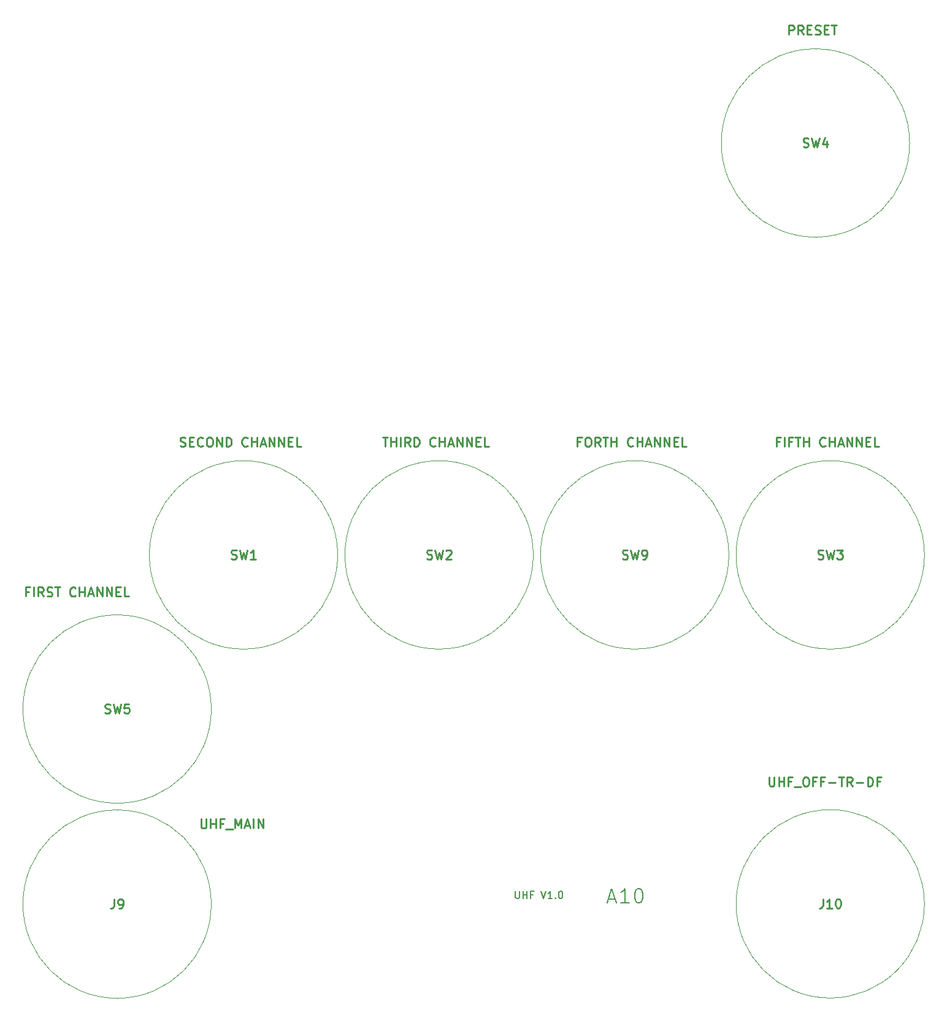
<source format=gbr>
%TF.GenerationSoftware,KiCad,Pcbnew,8.0.2-1*%
%TF.CreationDate,2024-08-10T18:42:26+10:00*%
%TF.ProjectId,UHF-ROTARIES,5548462d-524f-4544-9152-4945532e6b69,rev?*%
%TF.SameCoordinates,Original*%
%TF.FileFunction,Legend,Top*%
%TF.FilePolarity,Positive*%
%FSLAX46Y46*%
G04 Gerber Fmt 4.6, Leading zero omitted, Abs format (unit mm)*
G04 Created by KiCad (PCBNEW 8.0.2-1) date 2024-08-10 18:42:26*
%MOMM*%
%LPD*%
G01*
G04 APERTURE LIST*
%ADD10C,0.150000*%
%ADD11C,0.254000*%
%ADD12C,0.100000*%
G04 APERTURE END LIST*
D10*
X88156779Y-39279819D02*
X88156779Y-40089342D01*
X88156779Y-40089342D02*
X88204398Y-40184580D01*
X88204398Y-40184580D02*
X88252017Y-40232200D01*
X88252017Y-40232200D02*
X88347255Y-40279819D01*
X88347255Y-40279819D02*
X88537731Y-40279819D01*
X88537731Y-40279819D02*
X88632969Y-40232200D01*
X88632969Y-40232200D02*
X88680588Y-40184580D01*
X88680588Y-40184580D02*
X88728207Y-40089342D01*
X88728207Y-40089342D02*
X88728207Y-39279819D01*
X89204398Y-40279819D02*
X89204398Y-39279819D01*
X89204398Y-39756009D02*
X89775826Y-39756009D01*
X89775826Y-40279819D02*
X89775826Y-39279819D01*
X90585350Y-39756009D02*
X90252017Y-39756009D01*
X90252017Y-40279819D02*
X90252017Y-39279819D01*
X90252017Y-39279819D02*
X90728207Y-39279819D01*
X91728208Y-39279819D02*
X92061541Y-40279819D01*
X92061541Y-40279819D02*
X92394874Y-39279819D01*
X93252017Y-40279819D02*
X92680589Y-40279819D01*
X92966303Y-40279819D02*
X92966303Y-39279819D01*
X92966303Y-39279819D02*
X92871065Y-39422676D01*
X92871065Y-39422676D02*
X92775827Y-39517914D01*
X92775827Y-39517914D02*
X92680589Y-39565533D01*
X93680589Y-40184580D02*
X93728208Y-40232200D01*
X93728208Y-40232200D02*
X93680589Y-40279819D01*
X93680589Y-40279819D02*
X93632970Y-40232200D01*
X93632970Y-40232200D02*
X93680589Y-40184580D01*
X93680589Y-40184580D02*
X93680589Y-40279819D01*
X94347255Y-39279819D02*
X94442493Y-39279819D01*
X94442493Y-39279819D02*
X94537731Y-39327438D01*
X94537731Y-39327438D02*
X94585350Y-39375057D01*
X94585350Y-39375057D02*
X94632969Y-39470295D01*
X94632969Y-39470295D02*
X94680588Y-39660771D01*
X94680588Y-39660771D02*
X94680588Y-39898866D01*
X94680588Y-39898866D02*
X94632969Y-40089342D01*
X94632969Y-40089342D02*
X94585350Y-40184580D01*
X94585350Y-40184580D02*
X94537731Y-40232200D01*
X94537731Y-40232200D02*
X94442493Y-40279819D01*
X94442493Y-40279819D02*
X94347255Y-40279819D01*
X94347255Y-40279819D02*
X94252017Y-40232200D01*
X94252017Y-40232200D02*
X94204398Y-40184580D01*
X94204398Y-40184580D02*
X94156779Y-40089342D01*
X94156779Y-40089342D02*
X94109160Y-39898866D01*
X94109160Y-39898866D02*
X94109160Y-39660771D01*
X94109160Y-39660771D02*
X94156779Y-39470295D01*
X94156779Y-39470295D02*
X94204398Y-39375057D01*
X94204398Y-39375057D02*
X94252017Y-39327438D01*
X94252017Y-39327438D02*
X94347255Y-39279819D01*
X100979636Y-40326009D02*
X101932017Y-40326009D01*
X100789160Y-40897438D02*
X101455826Y-38897438D01*
X101455826Y-38897438D02*
X102122493Y-40897438D01*
X103836779Y-40897438D02*
X102693922Y-40897438D01*
X103265350Y-40897438D02*
X103265350Y-38897438D01*
X103265350Y-38897438D02*
X103074874Y-39183152D01*
X103074874Y-39183152D02*
X102884398Y-39373628D01*
X102884398Y-39373628D02*
X102693922Y-39468866D01*
X105074874Y-38897438D02*
X105265351Y-38897438D01*
X105265351Y-38897438D02*
X105455827Y-38992676D01*
X105455827Y-38992676D02*
X105551065Y-39087914D01*
X105551065Y-39087914D02*
X105646303Y-39278390D01*
X105646303Y-39278390D02*
X105741541Y-39659342D01*
X105741541Y-39659342D02*
X105741541Y-40135533D01*
X105741541Y-40135533D02*
X105646303Y-40516485D01*
X105646303Y-40516485D02*
X105551065Y-40706961D01*
X105551065Y-40706961D02*
X105455827Y-40802200D01*
X105455827Y-40802200D02*
X105265351Y-40897438D01*
X105265351Y-40897438D02*
X105074874Y-40897438D01*
X105074874Y-40897438D02*
X104884398Y-40802200D01*
X104884398Y-40802200D02*
X104789160Y-40706961D01*
X104789160Y-40706961D02*
X104693922Y-40516485D01*
X104693922Y-40516485D02*
X104598684Y-40135533D01*
X104598684Y-40135533D02*
X104598684Y-39659342D01*
X104598684Y-39659342D02*
X104693922Y-39278390D01*
X104693922Y-39278390D02*
X104789160Y-39087914D01*
X104789160Y-39087914D02*
X104884398Y-38992676D01*
X104884398Y-38992676D02*
X105074874Y-38897438D01*
D11*
X102931666Y6639158D02*
X103113095Y6578681D01*
X103113095Y6578681D02*
X103415476Y6578681D01*
X103415476Y6578681D02*
X103536428Y6639158D01*
X103536428Y6639158D02*
X103596904Y6699634D01*
X103596904Y6699634D02*
X103657381Y6820586D01*
X103657381Y6820586D02*
X103657381Y6941538D01*
X103657381Y6941538D02*
X103596904Y7062491D01*
X103596904Y7062491D02*
X103536428Y7122967D01*
X103536428Y7122967D02*
X103415476Y7183443D01*
X103415476Y7183443D02*
X103173571Y7243919D01*
X103173571Y7243919D02*
X103052619Y7304396D01*
X103052619Y7304396D02*
X102992142Y7364872D01*
X102992142Y7364872D02*
X102931666Y7485824D01*
X102931666Y7485824D02*
X102931666Y7606777D01*
X102931666Y7606777D02*
X102992142Y7727729D01*
X102992142Y7727729D02*
X103052619Y7788205D01*
X103052619Y7788205D02*
X103173571Y7848681D01*
X103173571Y7848681D02*
X103475952Y7848681D01*
X103475952Y7848681D02*
X103657381Y7788205D01*
X104080714Y7848681D02*
X104383095Y6578681D01*
X104383095Y6578681D02*
X104625000Y7485824D01*
X104625000Y7485824D02*
X104866905Y6578681D01*
X104866905Y6578681D02*
X105169286Y7848681D01*
X105713572Y6578681D02*
X105955476Y6578681D01*
X105955476Y6578681D02*
X106076429Y6639158D01*
X106076429Y6639158D02*
X106136905Y6699634D01*
X106136905Y6699634D02*
X106257857Y6881062D01*
X106257857Y6881062D02*
X106318334Y7122967D01*
X106318334Y7122967D02*
X106318334Y7606777D01*
X106318334Y7606777D02*
X106257857Y7727729D01*
X106257857Y7727729D02*
X106197381Y7788205D01*
X106197381Y7788205D02*
X106076429Y7848681D01*
X106076429Y7848681D02*
X105834524Y7848681D01*
X105834524Y7848681D02*
X105713572Y7788205D01*
X105713572Y7788205D02*
X105653095Y7727729D01*
X105653095Y7727729D02*
X105592619Y7606777D01*
X105592619Y7606777D02*
X105592619Y7304396D01*
X105592619Y7304396D02*
X105653095Y7183443D01*
X105653095Y7183443D02*
X105713572Y7122967D01*
X105713572Y7122967D02*
X105834524Y7062491D01*
X105834524Y7062491D02*
X106076429Y7062491D01*
X106076429Y7062491D02*
X106197381Y7122967D01*
X106197381Y7122967D02*
X106257857Y7183443D01*
X106257857Y7183443D02*
X106318334Y7304396D01*
X97144763Y22790919D02*
X96721429Y22790919D01*
X96721429Y22125681D02*
X96721429Y23395681D01*
X96721429Y23395681D02*
X97326191Y23395681D01*
X98051905Y23395681D02*
X98293810Y23395681D01*
X98293810Y23395681D02*
X98414762Y23335205D01*
X98414762Y23335205D02*
X98535715Y23214253D01*
X98535715Y23214253D02*
X98596191Y22972348D01*
X98596191Y22972348D02*
X98596191Y22549015D01*
X98596191Y22549015D02*
X98535715Y22307110D01*
X98535715Y22307110D02*
X98414762Y22186158D01*
X98414762Y22186158D02*
X98293810Y22125681D01*
X98293810Y22125681D02*
X98051905Y22125681D01*
X98051905Y22125681D02*
X97930953Y22186158D01*
X97930953Y22186158D02*
X97810000Y22307110D01*
X97810000Y22307110D02*
X97749524Y22549015D01*
X97749524Y22549015D02*
X97749524Y22972348D01*
X97749524Y22972348D02*
X97810000Y23214253D01*
X97810000Y23214253D02*
X97930953Y23335205D01*
X97930953Y23335205D02*
X98051905Y23395681D01*
X99866191Y22125681D02*
X99442857Y22730443D01*
X99140476Y22125681D02*
X99140476Y23395681D01*
X99140476Y23395681D02*
X99624286Y23395681D01*
X99624286Y23395681D02*
X99745238Y23335205D01*
X99745238Y23335205D02*
X99805715Y23274729D01*
X99805715Y23274729D02*
X99866191Y23153777D01*
X99866191Y23153777D02*
X99866191Y22972348D01*
X99866191Y22972348D02*
X99805715Y22851396D01*
X99805715Y22851396D02*
X99745238Y22790919D01*
X99745238Y22790919D02*
X99624286Y22730443D01*
X99624286Y22730443D02*
X99140476Y22730443D01*
X100229048Y23395681D02*
X100954762Y23395681D01*
X100591905Y22125681D02*
X100591905Y23395681D01*
X101378095Y22125681D02*
X101378095Y23395681D01*
X101378095Y22790919D02*
X102103810Y22790919D01*
X102103810Y22125681D02*
X102103810Y23395681D01*
X104401905Y22246634D02*
X104341429Y22186158D01*
X104341429Y22186158D02*
X104160000Y22125681D01*
X104160000Y22125681D02*
X104039048Y22125681D01*
X104039048Y22125681D02*
X103857619Y22186158D01*
X103857619Y22186158D02*
X103736667Y22307110D01*
X103736667Y22307110D02*
X103676190Y22428062D01*
X103676190Y22428062D02*
X103615714Y22669967D01*
X103615714Y22669967D02*
X103615714Y22851396D01*
X103615714Y22851396D02*
X103676190Y23093300D01*
X103676190Y23093300D02*
X103736667Y23214253D01*
X103736667Y23214253D02*
X103857619Y23335205D01*
X103857619Y23335205D02*
X104039048Y23395681D01*
X104039048Y23395681D02*
X104160000Y23395681D01*
X104160000Y23395681D02*
X104341429Y23335205D01*
X104341429Y23335205D02*
X104401905Y23274729D01*
X104946190Y22125681D02*
X104946190Y23395681D01*
X104946190Y22790919D02*
X105671905Y22790919D01*
X105671905Y22125681D02*
X105671905Y23395681D01*
X106216190Y22488538D02*
X106820952Y22488538D01*
X106095238Y22125681D02*
X106518571Y23395681D01*
X106518571Y23395681D02*
X106941905Y22125681D01*
X107365237Y22125681D02*
X107365237Y23395681D01*
X107365237Y23395681D02*
X108090952Y22125681D01*
X108090952Y22125681D02*
X108090952Y23395681D01*
X108695713Y22125681D02*
X108695713Y23395681D01*
X108695713Y23395681D02*
X109421428Y22125681D01*
X109421428Y22125681D02*
X109421428Y23395681D01*
X110026189Y22790919D02*
X110449523Y22790919D01*
X110630951Y22125681D02*
X110026189Y22125681D01*
X110026189Y22125681D02*
X110026189Y23395681D01*
X110026189Y23395681D02*
X110630951Y23395681D01*
X111779999Y22125681D02*
X111175237Y22125681D01*
X111175237Y22125681D02*
X111175237Y23395681D01*
X130596906Y-40326318D02*
X130596906Y-41233461D01*
X130596906Y-41233461D02*
X130536429Y-41414889D01*
X130536429Y-41414889D02*
X130415477Y-41535842D01*
X130415477Y-41535842D02*
X130234048Y-41596318D01*
X130234048Y-41596318D02*
X130113096Y-41596318D01*
X131866906Y-41596318D02*
X131141191Y-41596318D01*
X131504048Y-41596318D02*
X131504048Y-40326318D01*
X131504048Y-40326318D02*
X131383096Y-40507746D01*
X131383096Y-40507746D02*
X131262144Y-40628699D01*
X131262144Y-40628699D02*
X131141191Y-40689175D01*
X132653096Y-40326318D02*
X132774049Y-40326318D01*
X132774049Y-40326318D02*
X132895001Y-40386794D01*
X132895001Y-40386794D02*
X132955477Y-40447270D01*
X132955477Y-40447270D02*
X133015953Y-40568222D01*
X133015953Y-40568222D02*
X133076430Y-40810127D01*
X133076430Y-40810127D02*
X133076430Y-41112508D01*
X133076430Y-41112508D02*
X133015953Y-41354413D01*
X133015953Y-41354413D02*
X132955477Y-41475365D01*
X132955477Y-41475365D02*
X132895001Y-41535842D01*
X132895001Y-41535842D02*
X132774049Y-41596318D01*
X132774049Y-41596318D02*
X132653096Y-41596318D01*
X132653096Y-41596318D02*
X132532144Y-41535842D01*
X132532144Y-41535842D02*
X132471668Y-41475365D01*
X132471668Y-41475365D02*
X132411191Y-41354413D01*
X132411191Y-41354413D02*
X132350715Y-41112508D01*
X132350715Y-41112508D02*
X132350715Y-40810127D01*
X132350715Y-40810127D02*
X132411191Y-40568222D01*
X132411191Y-40568222D02*
X132471668Y-40447270D01*
X132471668Y-40447270D02*
X132532144Y-40386794D01*
X132532144Y-40386794D02*
X132653096Y-40326318D01*
X123169524Y-23504318D02*
X123169524Y-24532413D01*
X123169524Y-24532413D02*
X123230001Y-24653365D01*
X123230001Y-24653365D02*
X123290477Y-24713842D01*
X123290477Y-24713842D02*
X123411429Y-24774318D01*
X123411429Y-24774318D02*
X123653334Y-24774318D01*
X123653334Y-24774318D02*
X123774286Y-24713842D01*
X123774286Y-24713842D02*
X123834763Y-24653365D01*
X123834763Y-24653365D02*
X123895239Y-24532413D01*
X123895239Y-24532413D02*
X123895239Y-23504318D01*
X124500000Y-24774318D02*
X124500000Y-23504318D01*
X124500000Y-24109080D02*
X125225715Y-24109080D01*
X125225715Y-24774318D02*
X125225715Y-23504318D01*
X126253810Y-24109080D02*
X125830476Y-24109080D01*
X125830476Y-24774318D02*
X125830476Y-23504318D01*
X125830476Y-23504318D02*
X126435238Y-23504318D01*
X126616667Y-24895270D02*
X127584286Y-24895270D01*
X128128571Y-23504318D02*
X128370476Y-23504318D01*
X128370476Y-23504318D02*
X128491428Y-23564794D01*
X128491428Y-23564794D02*
X128612381Y-23685746D01*
X128612381Y-23685746D02*
X128672857Y-23927651D01*
X128672857Y-23927651D02*
X128672857Y-24350984D01*
X128672857Y-24350984D02*
X128612381Y-24592889D01*
X128612381Y-24592889D02*
X128491428Y-24713842D01*
X128491428Y-24713842D02*
X128370476Y-24774318D01*
X128370476Y-24774318D02*
X128128571Y-24774318D01*
X128128571Y-24774318D02*
X128007619Y-24713842D01*
X128007619Y-24713842D02*
X127886666Y-24592889D01*
X127886666Y-24592889D02*
X127826190Y-24350984D01*
X127826190Y-24350984D02*
X127826190Y-23927651D01*
X127826190Y-23927651D02*
X127886666Y-23685746D01*
X127886666Y-23685746D02*
X128007619Y-23564794D01*
X128007619Y-23564794D02*
X128128571Y-23504318D01*
X129640476Y-24109080D02*
X129217142Y-24109080D01*
X129217142Y-24774318D02*
X129217142Y-23504318D01*
X129217142Y-23504318D02*
X129821904Y-23504318D01*
X130729047Y-24109080D02*
X130305713Y-24109080D01*
X130305713Y-24774318D02*
X130305713Y-23504318D01*
X130305713Y-23504318D02*
X130910475Y-23504318D01*
X131394284Y-24290508D02*
X132361904Y-24290508D01*
X132785237Y-23504318D02*
X133510951Y-23504318D01*
X133148094Y-24774318D02*
X133148094Y-23504318D01*
X134659999Y-24774318D02*
X134236665Y-24169556D01*
X133934284Y-24774318D02*
X133934284Y-23504318D01*
X133934284Y-23504318D02*
X134418094Y-23504318D01*
X134418094Y-23504318D02*
X134539046Y-23564794D01*
X134539046Y-23564794D02*
X134599523Y-23625270D01*
X134599523Y-23625270D02*
X134659999Y-23746222D01*
X134659999Y-23746222D02*
X134659999Y-23927651D01*
X134659999Y-23927651D02*
X134599523Y-24048603D01*
X134599523Y-24048603D02*
X134539046Y-24109080D01*
X134539046Y-24109080D02*
X134418094Y-24169556D01*
X134418094Y-24169556D02*
X133934284Y-24169556D01*
X135204284Y-24290508D02*
X136171904Y-24290508D01*
X136776665Y-24774318D02*
X136776665Y-23504318D01*
X136776665Y-23504318D02*
X137079046Y-23504318D01*
X137079046Y-23504318D02*
X137260475Y-23564794D01*
X137260475Y-23564794D02*
X137381427Y-23685746D01*
X137381427Y-23685746D02*
X137441904Y-23806699D01*
X137441904Y-23806699D02*
X137502380Y-24048603D01*
X137502380Y-24048603D02*
X137502380Y-24230032D01*
X137502380Y-24230032D02*
X137441904Y-24471937D01*
X137441904Y-24471937D02*
X137381427Y-24592889D01*
X137381427Y-24592889D02*
X137260475Y-24713842D01*
X137260475Y-24713842D02*
X137079046Y-24774318D01*
X137079046Y-24774318D02*
X136776665Y-24774318D01*
X138469999Y-24109080D02*
X138046665Y-24109080D01*
X138046665Y-24774318D02*
X138046665Y-23504318D01*
X138046665Y-23504318D02*
X138651427Y-23504318D01*
X75931666Y6639158D02*
X76113095Y6578681D01*
X76113095Y6578681D02*
X76415476Y6578681D01*
X76415476Y6578681D02*
X76536428Y6639158D01*
X76536428Y6639158D02*
X76596904Y6699634D01*
X76596904Y6699634D02*
X76657381Y6820586D01*
X76657381Y6820586D02*
X76657381Y6941538D01*
X76657381Y6941538D02*
X76596904Y7062491D01*
X76596904Y7062491D02*
X76536428Y7122967D01*
X76536428Y7122967D02*
X76415476Y7183443D01*
X76415476Y7183443D02*
X76173571Y7243919D01*
X76173571Y7243919D02*
X76052619Y7304396D01*
X76052619Y7304396D02*
X75992142Y7364872D01*
X75992142Y7364872D02*
X75931666Y7485824D01*
X75931666Y7485824D02*
X75931666Y7606777D01*
X75931666Y7606777D02*
X75992142Y7727729D01*
X75992142Y7727729D02*
X76052619Y7788205D01*
X76052619Y7788205D02*
X76173571Y7848681D01*
X76173571Y7848681D02*
X76475952Y7848681D01*
X76475952Y7848681D02*
X76657381Y7788205D01*
X77080714Y7848681D02*
X77383095Y6578681D01*
X77383095Y6578681D02*
X77625000Y7485824D01*
X77625000Y7485824D02*
X77866905Y6578681D01*
X77866905Y6578681D02*
X78169286Y7848681D01*
X78592619Y7727729D02*
X78653095Y7788205D01*
X78653095Y7788205D02*
X78774048Y7848681D01*
X78774048Y7848681D02*
X79076429Y7848681D01*
X79076429Y7848681D02*
X79197381Y7788205D01*
X79197381Y7788205D02*
X79257857Y7727729D01*
X79257857Y7727729D02*
X79318334Y7606777D01*
X79318334Y7606777D02*
X79318334Y7485824D01*
X79318334Y7485824D02*
X79257857Y7304396D01*
X79257857Y7304396D02*
X78532143Y6578681D01*
X78532143Y6578681D02*
X79318334Y6578681D01*
X69812143Y23395681D02*
X70537857Y23395681D01*
X70175000Y22125681D02*
X70175000Y23395681D01*
X70961190Y22125681D02*
X70961190Y23395681D01*
X70961190Y22790919D02*
X71686905Y22790919D01*
X71686905Y22125681D02*
X71686905Y23395681D01*
X72291666Y22125681D02*
X72291666Y23395681D01*
X73622143Y22125681D02*
X73198809Y22730443D01*
X72896428Y22125681D02*
X72896428Y23395681D01*
X72896428Y23395681D02*
X73380238Y23395681D01*
X73380238Y23395681D02*
X73501190Y23335205D01*
X73501190Y23335205D02*
X73561667Y23274729D01*
X73561667Y23274729D02*
X73622143Y23153777D01*
X73622143Y23153777D02*
X73622143Y22972348D01*
X73622143Y22972348D02*
X73561667Y22851396D01*
X73561667Y22851396D02*
X73501190Y22790919D01*
X73501190Y22790919D02*
X73380238Y22730443D01*
X73380238Y22730443D02*
X72896428Y22730443D01*
X74166428Y22125681D02*
X74166428Y23395681D01*
X74166428Y23395681D02*
X74468809Y23395681D01*
X74468809Y23395681D02*
X74650238Y23335205D01*
X74650238Y23335205D02*
X74771190Y23214253D01*
X74771190Y23214253D02*
X74831667Y23093300D01*
X74831667Y23093300D02*
X74892143Y22851396D01*
X74892143Y22851396D02*
X74892143Y22669967D01*
X74892143Y22669967D02*
X74831667Y22428062D01*
X74831667Y22428062D02*
X74771190Y22307110D01*
X74771190Y22307110D02*
X74650238Y22186158D01*
X74650238Y22186158D02*
X74468809Y22125681D01*
X74468809Y22125681D02*
X74166428Y22125681D01*
X77129762Y22246634D02*
X77069286Y22186158D01*
X77069286Y22186158D02*
X76887857Y22125681D01*
X76887857Y22125681D02*
X76766905Y22125681D01*
X76766905Y22125681D02*
X76585476Y22186158D01*
X76585476Y22186158D02*
X76464524Y22307110D01*
X76464524Y22307110D02*
X76404047Y22428062D01*
X76404047Y22428062D02*
X76343571Y22669967D01*
X76343571Y22669967D02*
X76343571Y22851396D01*
X76343571Y22851396D02*
X76404047Y23093300D01*
X76404047Y23093300D02*
X76464524Y23214253D01*
X76464524Y23214253D02*
X76585476Y23335205D01*
X76585476Y23335205D02*
X76766905Y23395681D01*
X76766905Y23395681D02*
X76887857Y23395681D01*
X76887857Y23395681D02*
X77069286Y23335205D01*
X77069286Y23335205D02*
X77129762Y23274729D01*
X77674047Y22125681D02*
X77674047Y23395681D01*
X77674047Y22790919D02*
X78399762Y22790919D01*
X78399762Y22125681D02*
X78399762Y23395681D01*
X78944047Y22488538D02*
X79548809Y22488538D01*
X78823095Y22125681D02*
X79246428Y23395681D01*
X79246428Y23395681D02*
X79669762Y22125681D01*
X80093094Y22125681D02*
X80093094Y23395681D01*
X80093094Y23395681D02*
X80818809Y22125681D01*
X80818809Y22125681D02*
X80818809Y23395681D01*
X81423570Y22125681D02*
X81423570Y23395681D01*
X81423570Y23395681D02*
X82149285Y22125681D01*
X82149285Y22125681D02*
X82149285Y23395681D01*
X82754046Y22790919D02*
X83177380Y22790919D01*
X83358808Y22125681D02*
X82754046Y22125681D01*
X82754046Y22125681D02*
X82754046Y23395681D01*
X82754046Y23395681D02*
X83358808Y23395681D01*
X84507856Y22125681D02*
X83903094Y22125681D01*
X83903094Y22125681D02*
X83903094Y23395681D01*
X32751667Y-40357318D02*
X32751667Y-41264461D01*
X32751667Y-41264461D02*
X32691190Y-41445889D01*
X32691190Y-41445889D02*
X32570238Y-41566842D01*
X32570238Y-41566842D02*
X32388809Y-41627318D01*
X32388809Y-41627318D02*
X32267857Y-41627318D01*
X33416905Y-41627318D02*
X33658809Y-41627318D01*
X33658809Y-41627318D02*
X33779762Y-41566842D01*
X33779762Y-41566842D02*
X33840238Y-41506365D01*
X33840238Y-41506365D02*
X33961190Y-41324937D01*
X33961190Y-41324937D02*
X34021667Y-41083032D01*
X34021667Y-41083032D02*
X34021667Y-40599222D01*
X34021667Y-40599222D02*
X33961190Y-40478270D01*
X33961190Y-40478270D02*
X33900714Y-40417794D01*
X33900714Y-40417794D02*
X33779762Y-40357318D01*
X33779762Y-40357318D02*
X33537857Y-40357318D01*
X33537857Y-40357318D02*
X33416905Y-40417794D01*
X33416905Y-40417794D02*
X33356428Y-40478270D01*
X33356428Y-40478270D02*
X33295952Y-40599222D01*
X33295952Y-40599222D02*
X33295952Y-40901603D01*
X33295952Y-40901603D02*
X33356428Y-41022556D01*
X33356428Y-41022556D02*
X33416905Y-41083032D01*
X33416905Y-41083032D02*
X33537857Y-41143508D01*
X33537857Y-41143508D02*
X33779762Y-41143508D01*
X33779762Y-41143508D02*
X33900714Y-41083032D01*
X33900714Y-41083032D02*
X33961190Y-41022556D01*
X33961190Y-41022556D02*
X34021667Y-40901603D01*
X44756190Y-29304318D02*
X44756190Y-30332413D01*
X44756190Y-30332413D02*
X44816667Y-30453365D01*
X44816667Y-30453365D02*
X44877143Y-30513842D01*
X44877143Y-30513842D02*
X44998095Y-30574318D01*
X44998095Y-30574318D02*
X45240000Y-30574318D01*
X45240000Y-30574318D02*
X45360952Y-30513842D01*
X45360952Y-30513842D02*
X45421429Y-30453365D01*
X45421429Y-30453365D02*
X45481905Y-30332413D01*
X45481905Y-30332413D02*
X45481905Y-29304318D01*
X46086666Y-30574318D02*
X46086666Y-29304318D01*
X46086666Y-29909080D02*
X46812381Y-29909080D01*
X46812381Y-30574318D02*
X46812381Y-29304318D01*
X47840476Y-29909080D02*
X47417142Y-29909080D01*
X47417142Y-30574318D02*
X47417142Y-29304318D01*
X47417142Y-29304318D02*
X48021904Y-29304318D01*
X48203333Y-30695270D02*
X49170952Y-30695270D01*
X49473332Y-30574318D02*
X49473332Y-29304318D01*
X49473332Y-29304318D02*
X49896666Y-30211461D01*
X49896666Y-30211461D02*
X50319999Y-29304318D01*
X50319999Y-29304318D02*
X50319999Y-30574318D01*
X50864285Y-30211461D02*
X51469047Y-30211461D01*
X50743333Y-30574318D02*
X51166666Y-29304318D01*
X51166666Y-29304318D02*
X51590000Y-30574318D01*
X52013332Y-30574318D02*
X52013332Y-29304318D01*
X52618094Y-30574318D02*
X52618094Y-29304318D01*
X52618094Y-29304318D02*
X53343809Y-30574318D01*
X53343809Y-30574318D02*
X53343809Y-29304318D01*
X31484666Y-14635842D02*
X31666095Y-14696318D01*
X31666095Y-14696318D02*
X31968476Y-14696318D01*
X31968476Y-14696318D02*
X32089428Y-14635842D01*
X32089428Y-14635842D02*
X32149904Y-14575365D01*
X32149904Y-14575365D02*
X32210381Y-14454413D01*
X32210381Y-14454413D02*
X32210381Y-14333461D01*
X32210381Y-14333461D02*
X32149904Y-14212508D01*
X32149904Y-14212508D02*
X32089428Y-14152032D01*
X32089428Y-14152032D02*
X31968476Y-14091556D01*
X31968476Y-14091556D02*
X31726571Y-14031080D01*
X31726571Y-14031080D02*
X31605619Y-13970603D01*
X31605619Y-13970603D02*
X31545142Y-13910127D01*
X31545142Y-13910127D02*
X31484666Y-13789175D01*
X31484666Y-13789175D02*
X31484666Y-13668222D01*
X31484666Y-13668222D02*
X31545142Y-13547270D01*
X31545142Y-13547270D02*
X31605619Y-13486794D01*
X31605619Y-13486794D02*
X31726571Y-13426318D01*
X31726571Y-13426318D02*
X32028952Y-13426318D01*
X32028952Y-13426318D02*
X32210381Y-13486794D01*
X32633714Y-13426318D02*
X32936095Y-14696318D01*
X32936095Y-14696318D02*
X33178000Y-13789175D01*
X33178000Y-13789175D02*
X33419905Y-14696318D01*
X33419905Y-14696318D02*
X33722286Y-13426318D01*
X34810857Y-13426318D02*
X34206095Y-13426318D01*
X34206095Y-13426318D02*
X34145619Y-14031080D01*
X34145619Y-14031080D02*
X34206095Y-13970603D01*
X34206095Y-13970603D02*
X34327048Y-13910127D01*
X34327048Y-13910127D02*
X34629429Y-13910127D01*
X34629429Y-13910127D02*
X34750381Y-13970603D01*
X34750381Y-13970603D02*
X34810857Y-14031080D01*
X34810857Y-14031080D02*
X34871334Y-14152032D01*
X34871334Y-14152032D02*
X34871334Y-14454413D01*
X34871334Y-14454413D02*
X34810857Y-14575365D01*
X34810857Y-14575365D02*
X34750381Y-14635842D01*
X34750381Y-14635842D02*
X34629429Y-14696318D01*
X34629429Y-14696318D02*
X34327048Y-14696318D01*
X34327048Y-14696318D02*
X34206095Y-14635842D01*
X34206095Y-14635842D02*
X34145619Y-14575365D01*
X21008096Y2090919D02*
X20584762Y2090919D01*
X20584762Y1425681D02*
X20584762Y2695681D01*
X20584762Y2695681D02*
X21189524Y2695681D01*
X21673333Y1425681D02*
X21673333Y2695681D01*
X23003810Y1425681D02*
X22580476Y2030443D01*
X22278095Y1425681D02*
X22278095Y2695681D01*
X22278095Y2695681D02*
X22761905Y2695681D01*
X22761905Y2695681D02*
X22882857Y2635205D01*
X22882857Y2635205D02*
X22943334Y2574729D01*
X22943334Y2574729D02*
X23003810Y2453777D01*
X23003810Y2453777D02*
X23003810Y2272348D01*
X23003810Y2272348D02*
X22943334Y2151396D01*
X22943334Y2151396D02*
X22882857Y2090919D01*
X22882857Y2090919D02*
X22761905Y2030443D01*
X22761905Y2030443D02*
X22278095Y2030443D01*
X23487619Y1486158D02*
X23669048Y1425681D01*
X23669048Y1425681D02*
X23971429Y1425681D01*
X23971429Y1425681D02*
X24092381Y1486158D01*
X24092381Y1486158D02*
X24152857Y1546634D01*
X24152857Y1546634D02*
X24213334Y1667586D01*
X24213334Y1667586D02*
X24213334Y1788538D01*
X24213334Y1788538D02*
X24152857Y1909491D01*
X24152857Y1909491D02*
X24092381Y1969967D01*
X24092381Y1969967D02*
X23971429Y2030443D01*
X23971429Y2030443D02*
X23729524Y2090919D01*
X23729524Y2090919D02*
X23608572Y2151396D01*
X23608572Y2151396D02*
X23548095Y2211872D01*
X23548095Y2211872D02*
X23487619Y2332824D01*
X23487619Y2332824D02*
X23487619Y2453777D01*
X23487619Y2453777D02*
X23548095Y2574729D01*
X23548095Y2574729D02*
X23608572Y2635205D01*
X23608572Y2635205D02*
X23729524Y2695681D01*
X23729524Y2695681D02*
X24031905Y2695681D01*
X24031905Y2695681D02*
X24213334Y2635205D01*
X24576191Y2695681D02*
X25301905Y2695681D01*
X24939048Y1425681D02*
X24939048Y2695681D01*
X27418572Y1546634D02*
X27358096Y1486158D01*
X27358096Y1486158D02*
X27176667Y1425681D01*
X27176667Y1425681D02*
X27055715Y1425681D01*
X27055715Y1425681D02*
X26874286Y1486158D01*
X26874286Y1486158D02*
X26753334Y1607110D01*
X26753334Y1607110D02*
X26692857Y1728062D01*
X26692857Y1728062D02*
X26632381Y1969967D01*
X26632381Y1969967D02*
X26632381Y2151396D01*
X26632381Y2151396D02*
X26692857Y2393300D01*
X26692857Y2393300D02*
X26753334Y2514253D01*
X26753334Y2514253D02*
X26874286Y2635205D01*
X26874286Y2635205D02*
X27055715Y2695681D01*
X27055715Y2695681D02*
X27176667Y2695681D01*
X27176667Y2695681D02*
X27358096Y2635205D01*
X27358096Y2635205D02*
X27418572Y2574729D01*
X27962857Y1425681D02*
X27962857Y2695681D01*
X27962857Y2090919D02*
X28688572Y2090919D01*
X28688572Y1425681D02*
X28688572Y2695681D01*
X29232857Y1788538D02*
X29837619Y1788538D01*
X29111905Y1425681D02*
X29535238Y2695681D01*
X29535238Y2695681D02*
X29958572Y1425681D01*
X30381904Y1425681D02*
X30381904Y2695681D01*
X30381904Y2695681D02*
X31107619Y1425681D01*
X31107619Y1425681D02*
X31107619Y2695681D01*
X31712380Y1425681D02*
X31712380Y2695681D01*
X31712380Y2695681D02*
X32438095Y1425681D01*
X32438095Y1425681D02*
X32438095Y2695681D01*
X33042856Y2090919D02*
X33466190Y2090919D01*
X33647618Y1425681D02*
X33042856Y1425681D01*
X33042856Y1425681D02*
X33042856Y2695681D01*
X33042856Y2695681D02*
X33647618Y2695681D01*
X34796666Y1425681D02*
X34191904Y1425681D01*
X34191904Y1425681D02*
X34191904Y2695681D01*
X129931666Y6639158D02*
X130113095Y6578681D01*
X130113095Y6578681D02*
X130415476Y6578681D01*
X130415476Y6578681D02*
X130536428Y6639158D01*
X130536428Y6639158D02*
X130596904Y6699634D01*
X130596904Y6699634D02*
X130657381Y6820586D01*
X130657381Y6820586D02*
X130657381Y6941538D01*
X130657381Y6941538D02*
X130596904Y7062491D01*
X130596904Y7062491D02*
X130536428Y7122967D01*
X130536428Y7122967D02*
X130415476Y7183443D01*
X130415476Y7183443D02*
X130173571Y7243919D01*
X130173571Y7243919D02*
X130052619Y7304396D01*
X130052619Y7304396D02*
X129992142Y7364872D01*
X129992142Y7364872D02*
X129931666Y7485824D01*
X129931666Y7485824D02*
X129931666Y7606777D01*
X129931666Y7606777D02*
X129992142Y7727729D01*
X129992142Y7727729D02*
X130052619Y7788205D01*
X130052619Y7788205D02*
X130173571Y7848681D01*
X130173571Y7848681D02*
X130475952Y7848681D01*
X130475952Y7848681D02*
X130657381Y7788205D01*
X131080714Y7848681D02*
X131383095Y6578681D01*
X131383095Y6578681D02*
X131625000Y7485824D01*
X131625000Y7485824D02*
X131866905Y6578681D01*
X131866905Y6578681D02*
X132169286Y7848681D01*
X132532143Y7848681D02*
X133318334Y7848681D01*
X133318334Y7848681D02*
X132895000Y7364872D01*
X132895000Y7364872D02*
X133076429Y7364872D01*
X133076429Y7364872D02*
X133197381Y7304396D01*
X133197381Y7304396D02*
X133257857Y7243919D01*
X133257857Y7243919D02*
X133318334Y7122967D01*
X133318334Y7122967D02*
X133318334Y6820586D01*
X133318334Y6820586D02*
X133257857Y6699634D01*
X133257857Y6699634D02*
X133197381Y6639158D01*
X133197381Y6639158D02*
X133076429Y6578681D01*
X133076429Y6578681D02*
X132713572Y6578681D01*
X132713572Y6578681D02*
X132592619Y6639158D01*
X132592619Y6639158D02*
X132532143Y6699634D01*
X124598334Y22790919D02*
X124175000Y22790919D01*
X124175000Y22125681D02*
X124175000Y23395681D01*
X124175000Y23395681D02*
X124779762Y23395681D01*
X125263571Y22125681D02*
X125263571Y23395681D01*
X126291667Y22790919D02*
X125868333Y22790919D01*
X125868333Y22125681D02*
X125868333Y23395681D01*
X125868333Y23395681D02*
X126473095Y23395681D01*
X126775476Y23395681D02*
X127501190Y23395681D01*
X127138333Y22125681D02*
X127138333Y23395681D01*
X127924523Y22125681D02*
X127924523Y23395681D01*
X127924523Y22790919D02*
X128650238Y22790919D01*
X128650238Y22125681D02*
X128650238Y23395681D01*
X130948333Y22246634D02*
X130887857Y22186158D01*
X130887857Y22186158D02*
X130706428Y22125681D01*
X130706428Y22125681D02*
X130585476Y22125681D01*
X130585476Y22125681D02*
X130404047Y22186158D01*
X130404047Y22186158D02*
X130283095Y22307110D01*
X130283095Y22307110D02*
X130222618Y22428062D01*
X130222618Y22428062D02*
X130162142Y22669967D01*
X130162142Y22669967D02*
X130162142Y22851396D01*
X130162142Y22851396D02*
X130222618Y23093300D01*
X130222618Y23093300D02*
X130283095Y23214253D01*
X130283095Y23214253D02*
X130404047Y23335205D01*
X130404047Y23335205D02*
X130585476Y23395681D01*
X130585476Y23395681D02*
X130706428Y23395681D01*
X130706428Y23395681D02*
X130887857Y23335205D01*
X130887857Y23335205D02*
X130948333Y23274729D01*
X131492618Y22125681D02*
X131492618Y23395681D01*
X131492618Y22790919D02*
X132218333Y22790919D01*
X132218333Y22125681D02*
X132218333Y23395681D01*
X132762618Y22488538D02*
X133367380Y22488538D01*
X132641666Y22125681D02*
X133064999Y23395681D01*
X133064999Y23395681D02*
X133488333Y22125681D01*
X133911665Y22125681D02*
X133911665Y23395681D01*
X133911665Y23395681D02*
X134637380Y22125681D01*
X134637380Y22125681D02*
X134637380Y23395681D01*
X135242141Y22125681D02*
X135242141Y23395681D01*
X135242141Y23395681D02*
X135967856Y22125681D01*
X135967856Y22125681D02*
X135967856Y23395681D01*
X136572617Y22790919D02*
X136995951Y22790919D01*
X137177379Y22125681D02*
X136572617Y22125681D01*
X136572617Y22125681D02*
X136572617Y23395681D01*
X136572617Y23395681D02*
X137177379Y23395681D01*
X138326427Y22125681D02*
X137721665Y22125681D01*
X137721665Y22125681D02*
X137721665Y23395681D01*
X48931666Y6639158D02*
X49113095Y6578681D01*
X49113095Y6578681D02*
X49415476Y6578681D01*
X49415476Y6578681D02*
X49536428Y6639158D01*
X49536428Y6639158D02*
X49596904Y6699634D01*
X49596904Y6699634D02*
X49657381Y6820586D01*
X49657381Y6820586D02*
X49657381Y6941538D01*
X49657381Y6941538D02*
X49596904Y7062491D01*
X49596904Y7062491D02*
X49536428Y7122967D01*
X49536428Y7122967D02*
X49415476Y7183443D01*
X49415476Y7183443D02*
X49173571Y7243919D01*
X49173571Y7243919D02*
X49052619Y7304396D01*
X49052619Y7304396D02*
X48992142Y7364872D01*
X48992142Y7364872D02*
X48931666Y7485824D01*
X48931666Y7485824D02*
X48931666Y7606777D01*
X48931666Y7606777D02*
X48992142Y7727729D01*
X48992142Y7727729D02*
X49052619Y7788205D01*
X49052619Y7788205D02*
X49173571Y7848681D01*
X49173571Y7848681D02*
X49475952Y7848681D01*
X49475952Y7848681D02*
X49657381Y7788205D01*
X50080714Y7848681D02*
X50383095Y6578681D01*
X50383095Y6578681D02*
X50625000Y7485824D01*
X50625000Y7485824D02*
X50866905Y6578681D01*
X50866905Y6578681D02*
X51169286Y7848681D01*
X52318334Y6578681D02*
X51592619Y6578681D01*
X51955476Y6578681D02*
X51955476Y7848681D01*
X51955476Y7848681D02*
X51834524Y7667253D01*
X51834524Y7667253D02*
X51713572Y7546300D01*
X51713572Y7546300D02*
X51592619Y7485824D01*
X41874762Y22186158D02*
X42056191Y22125681D01*
X42056191Y22125681D02*
X42358572Y22125681D01*
X42358572Y22125681D02*
X42479524Y22186158D01*
X42479524Y22186158D02*
X42540000Y22246634D01*
X42540000Y22246634D02*
X42600477Y22367586D01*
X42600477Y22367586D02*
X42600477Y22488538D01*
X42600477Y22488538D02*
X42540000Y22609491D01*
X42540000Y22609491D02*
X42479524Y22669967D01*
X42479524Y22669967D02*
X42358572Y22730443D01*
X42358572Y22730443D02*
X42116667Y22790919D01*
X42116667Y22790919D02*
X41995715Y22851396D01*
X41995715Y22851396D02*
X41935238Y22911872D01*
X41935238Y22911872D02*
X41874762Y23032824D01*
X41874762Y23032824D02*
X41874762Y23153777D01*
X41874762Y23153777D02*
X41935238Y23274729D01*
X41935238Y23274729D02*
X41995715Y23335205D01*
X41995715Y23335205D02*
X42116667Y23395681D01*
X42116667Y23395681D02*
X42419048Y23395681D01*
X42419048Y23395681D02*
X42600477Y23335205D01*
X43144762Y22790919D02*
X43568096Y22790919D01*
X43749524Y22125681D02*
X43144762Y22125681D01*
X43144762Y22125681D02*
X43144762Y23395681D01*
X43144762Y23395681D02*
X43749524Y23395681D01*
X45019525Y22246634D02*
X44959049Y22186158D01*
X44959049Y22186158D02*
X44777620Y22125681D01*
X44777620Y22125681D02*
X44656668Y22125681D01*
X44656668Y22125681D02*
X44475239Y22186158D01*
X44475239Y22186158D02*
X44354287Y22307110D01*
X44354287Y22307110D02*
X44293810Y22428062D01*
X44293810Y22428062D02*
X44233334Y22669967D01*
X44233334Y22669967D02*
X44233334Y22851396D01*
X44233334Y22851396D02*
X44293810Y23093300D01*
X44293810Y23093300D02*
X44354287Y23214253D01*
X44354287Y23214253D02*
X44475239Y23335205D01*
X44475239Y23335205D02*
X44656668Y23395681D01*
X44656668Y23395681D02*
X44777620Y23395681D01*
X44777620Y23395681D02*
X44959049Y23335205D01*
X44959049Y23335205D02*
X45019525Y23274729D01*
X45805715Y23395681D02*
X46047620Y23395681D01*
X46047620Y23395681D02*
X46168572Y23335205D01*
X46168572Y23335205D02*
X46289525Y23214253D01*
X46289525Y23214253D02*
X46350001Y22972348D01*
X46350001Y22972348D02*
X46350001Y22549015D01*
X46350001Y22549015D02*
X46289525Y22307110D01*
X46289525Y22307110D02*
X46168572Y22186158D01*
X46168572Y22186158D02*
X46047620Y22125681D01*
X46047620Y22125681D02*
X45805715Y22125681D01*
X45805715Y22125681D02*
X45684763Y22186158D01*
X45684763Y22186158D02*
X45563810Y22307110D01*
X45563810Y22307110D02*
X45503334Y22549015D01*
X45503334Y22549015D02*
X45503334Y22972348D01*
X45503334Y22972348D02*
X45563810Y23214253D01*
X45563810Y23214253D02*
X45684763Y23335205D01*
X45684763Y23335205D02*
X45805715Y23395681D01*
X46894286Y22125681D02*
X46894286Y23395681D01*
X46894286Y23395681D02*
X47620001Y22125681D01*
X47620001Y22125681D02*
X47620001Y23395681D01*
X48224762Y22125681D02*
X48224762Y23395681D01*
X48224762Y23395681D02*
X48527143Y23395681D01*
X48527143Y23395681D02*
X48708572Y23335205D01*
X48708572Y23335205D02*
X48829524Y23214253D01*
X48829524Y23214253D02*
X48890001Y23093300D01*
X48890001Y23093300D02*
X48950477Y22851396D01*
X48950477Y22851396D02*
X48950477Y22669967D01*
X48950477Y22669967D02*
X48890001Y22428062D01*
X48890001Y22428062D02*
X48829524Y22307110D01*
X48829524Y22307110D02*
X48708572Y22186158D01*
X48708572Y22186158D02*
X48527143Y22125681D01*
X48527143Y22125681D02*
X48224762Y22125681D01*
X51188096Y22246634D02*
X51127620Y22186158D01*
X51127620Y22186158D02*
X50946191Y22125681D01*
X50946191Y22125681D02*
X50825239Y22125681D01*
X50825239Y22125681D02*
X50643810Y22186158D01*
X50643810Y22186158D02*
X50522858Y22307110D01*
X50522858Y22307110D02*
X50462381Y22428062D01*
X50462381Y22428062D02*
X50401905Y22669967D01*
X50401905Y22669967D02*
X50401905Y22851396D01*
X50401905Y22851396D02*
X50462381Y23093300D01*
X50462381Y23093300D02*
X50522858Y23214253D01*
X50522858Y23214253D02*
X50643810Y23335205D01*
X50643810Y23335205D02*
X50825239Y23395681D01*
X50825239Y23395681D02*
X50946191Y23395681D01*
X50946191Y23395681D02*
X51127620Y23335205D01*
X51127620Y23335205D02*
X51188096Y23274729D01*
X51732381Y22125681D02*
X51732381Y23395681D01*
X51732381Y22790919D02*
X52458096Y22790919D01*
X52458096Y22125681D02*
X52458096Y23395681D01*
X53002381Y22488538D02*
X53607143Y22488538D01*
X52881429Y22125681D02*
X53304762Y23395681D01*
X53304762Y23395681D02*
X53728096Y22125681D01*
X54151428Y22125681D02*
X54151428Y23395681D01*
X54151428Y23395681D02*
X54877143Y22125681D01*
X54877143Y22125681D02*
X54877143Y23395681D01*
X55481904Y22125681D02*
X55481904Y23395681D01*
X55481904Y23395681D02*
X56207619Y22125681D01*
X56207619Y22125681D02*
X56207619Y23395681D01*
X56812380Y22790919D02*
X57235714Y22790919D01*
X57417142Y22125681D02*
X56812380Y22125681D01*
X56812380Y22125681D02*
X56812380Y23395681D01*
X56812380Y23395681D02*
X57417142Y23395681D01*
X58566190Y22125681D02*
X57961428Y22125681D01*
X57961428Y22125681D02*
X57961428Y23395681D01*
X127884666Y63508158D02*
X128066095Y63447681D01*
X128066095Y63447681D02*
X128368476Y63447681D01*
X128368476Y63447681D02*
X128489428Y63508158D01*
X128489428Y63508158D02*
X128549904Y63568634D01*
X128549904Y63568634D02*
X128610381Y63689586D01*
X128610381Y63689586D02*
X128610381Y63810538D01*
X128610381Y63810538D02*
X128549904Y63931491D01*
X128549904Y63931491D02*
X128489428Y63991967D01*
X128489428Y63991967D02*
X128368476Y64052443D01*
X128368476Y64052443D02*
X128126571Y64112919D01*
X128126571Y64112919D02*
X128005619Y64173396D01*
X128005619Y64173396D02*
X127945142Y64233872D01*
X127945142Y64233872D02*
X127884666Y64354824D01*
X127884666Y64354824D02*
X127884666Y64475777D01*
X127884666Y64475777D02*
X127945142Y64596729D01*
X127945142Y64596729D02*
X128005619Y64657205D01*
X128005619Y64657205D02*
X128126571Y64717681D01*
X128126571Y64717681D02*
X128428952Y64717681D01*
X128428952Y64717681D02*
X128610381Y64657205D01*
X129033714Y64717681D02*
X129336095Y63447681D01*
X129336095Y63447681D02*
X129578000Y64354824D01*
X129578000Y64354824D02*
X129819905Y63447681D01*
X129819905Y63447681D02*
X130122286Y64717681D01*
X131150381Y64294348D02*
X131150381Y63447681D01*
X130848000Y64778158D02*
X130545619Y63871015D01*
X130545619Y63871015D02*
X131331810Y63871015D01*
X125907761Y78994681D02*
X125907761Y80264681D01*
X125907761Y80264681D02*
X126391571Y80264681D01*
X126391571Y80264681D02*
X126512523Y80204205D01*
X126512523Y80204205D02*
X126573000Y80143729D01*
X126573000Y80143729D02*
X126633476Y80022777D01*
X126633476Y80022777D02*
X126633476Y79841348D01*
X126633476Y79841348D02*
X126573000Y79720396D01*
X126573000Y79720396D02*
X126512523Y79659919D01*
X126512523Y79659919D02*
X126391571Y79599443D01*
X126391571Y79599443D02*
X125907761Y79599443D01*
X127903476Y78994681D02*
X127480142Y79599443D01*
X127177761Y78994681D02*
X127177761Y80264681D01*
X127177761Y80264681D02*
X127661571Y80264681D01*
X127661571Y80264681D02*
X127782523Y80204205D01*
X127782523Y80204205D02*
X127843000Y80143729D01*
X127843000Y80143729D02*
X127903476Y80022777D01*
X127903476Y80022777D02*
X127903476Y79841348D01*
X127903476Y79841348D02*
X127843000Y79720396D01*
X127843000Y79720396D02*
X127782523Y79659919D01*
X127782523Y79659919D02*
X127661571Y79599443D01*
X127661571Y79599443D02*
X127177761Y79599443D01*
X128447761Y79659919D02*
X128871095Y79659919D01*
X129052523Y78994681D02*
X128447761Y78994681D01*
X128447761Y78994681D02*
X128447761Y80264681D01*
X128447761Y80264681D02*
X129052523Y80264681D01*
X129536333Y79055158D02*
X129717762Y78994681D01*
X129717762Y78994681D02*
X130020143Y78994681D01*
X130020143Y78994681D02*
X130141095Y79055158D01*
X130141095Y79055158D02*
X130201571Y79115634D01*
X130201571Y79115634D02*
X130262048Y79236586D01*
X130262048Y79236586D02*
X130262048Y79357538D01*
X130262048Y79357538D02*
X130201571Y79478491D01*
X130201571Y79478491D02*
X130141095Y79538967D01*
X130141095Y79538967D02*
X130020143Y79599443D01*
X130020143Y79599443D02*
X129778238Y79659919D01*
X129778238Y79659919D02*
X129657286Y79720396D01*
X129657286Y79720396D02*
X129596809Y79780872D01*
X129596809Y79780872D02*
X129536333Y79901824D01*
X129536333Y79901824D02*
X129536333Y80022777D01*
X129536333Y80022777D02*
X129596809Y80143729D01*
X129596809Y80143729D02*
X129657286Y80204205D01*
X129657286Y80204205D02*
X129778238Y80264681D01*
X129778238Y80264681D02*
X130080619Y80264681D01*
X130080619Y80264681D02*
X130262048Y80204205D01*
X130806333Y79659919D02*
X131229667Y79659919D01*
X131411095Y78994681D02*
X130806333Y78994681D01*
X130806333Y78994681D02*
X130806333Y80264681D01*
X130806333Y80264681D02*
X131411095Y80264681D01*
X131773953Y80264681D02*
X132499667Y80264681D01*
X132136810Y78994681D02*
X132136810Y80264681D01*
D12*
%TO.C,SW9*%
X104625000Y20153000D02*
X104625000Y20153000D01*
X104625000Y-5847000D02*
X104625000Y-5847000D01*
X104625000Y20153000D02*
G75*
G02*
X104625000Y-5847000I0J-13000000D01*
G01*
X104625000Y-5847000D02*
G75*
G02*
X104625000Y20153000I0J13000000D01*
G01*
%TO.C,J10*%
X131625000Y-28022000D02*
X131625000Y-28022000D01*
X131625000Y-54022000D02*
X131625000Y-54022000D01*
X131625000Y-28022000D02*
G75*
G02*
X131625000Y-54022000I1J-13000000D01*
G01*
X131625000Y-54022000D02*
G75*
G02*
X131625000Y-28022000I1J13000000D01*
G01*
%TO.C,SW2*%
X77625000Y20153000D02*
X77625000Y20153000D01*
X77625000Y-5847000D02*
X77625000Y-5847000D01*
X77625000Y20153000D02*
G75*
G02*
X77625000Y-5847000I0J-13000000D01*
G01*
X77625000Y-5847000D02*
G75*
G02*
X77625000Y20153000I0J13000000D01*
G01*
%TO.C,J9*%
X33175000Y-28053000D02*
X33175000Y-28053000D01*
X33175000Y-54053000D02*
X33175000Y-54053000D01*
X33175000Y-28053000D02*
G75*
G02*
X33175000Y-54053000I0J-13000000D01*
G01*
X33175000Y-54053000D02*
G75*
G02*
X33175000Y-28053000I0J13000000D01*
G01*
%TO.C,SW5*%
X20178000Y-14122000D02*
X20178000Y-14122000D01*
X46178000Y-14122000D02*
X46178000Y-14122000D01*
X20178000Y-14122000D02*
G75*
G02*
X46178000Y-14122000I13000000J0D01*
G01*
X46178000Y-14122000D02*
G75*
G02*
X20178000Y-14122000I-13000000J0D01*
G01*
%TO.C,SW3*%
X131625000Y20153000D02*
X131625000Y20153000D01*
X131625000Y-5847000D02*
X131625000Y-5847000D01*
X131625000Y20153000D02*
G75*
G02*
X131625000Y-5847000I0J-13000000D01*
G01*
X131625000Y-5847000D02*
G75*
G02*
X131625000Y20153000I0J13000000D01*
G01*
%TO.C,SW1*%
X50625000Y20153000D02*
X50625000Y20153000D01*
X50625000Y-5847000D02*
X50625000Y-5847000D01*
X50625000Y20153000D02*
G75*
G02*
X50625000Y-5847000I0J-13000000D01*
G01*
X50625000Y-5847000D02*
G75*
G02*
X50625000Y20153000I0J13000000D01*
G01*
%TO.C,SW4*%
X129578000Y77022000D02*
X129578000Y77022000D01*
X129578000Y51022000D02*
X129578000Y51022000D01*
X129578000Y77022000D02*
G75*
G02*
X129578000Y51022000I0J-13000000D01*
G01*
X129578000Y51022000D02*
G75*
G02*
X129578000Y77022000I0J13000000D01*
G01*
%TD*%
M02*

</source>
